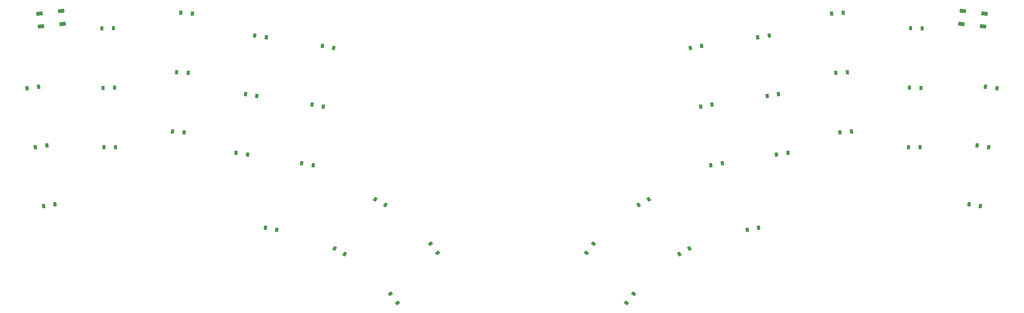
<source format=gbr>
%TF.GenerationSoftware,KiCad,Pcbnew,9.0.2*%
%TF.CreationDate,2025-07-07T14:02:59-04:00*%
%TF.ProjectId,routed_banana_split,726f7574-6564-45f6-9261-6e616e615f73,0.0.1*%
%TF.SameCoordinates,Original*%
%TF.FileFunction,Paste,Top*%
%TF.FilePolarity,Positive*%
%FSLAX46Y46*%
G04 Gerber Fmt 4.6, Leading zero omitted, Abs format (unit mm)*
G04 Created by KiCad (PCBNEW 9.0.2) date 2025-07-07 14:02:59*
%MOMM*%
%LPD*%
G01*
G04 APERTURE LIST*
G04 Aperture macros list*
%AMRotRect*
0 Rectangle, with rotation*
0 The origin of the aperture is its center*
0 $1 length*
0 $2 width*
0 $3 Rotation angle, in degrees counterclockwise*
0 Add horizontal line*
21,1,$1,$2,0,0,$3*%
G04 Aperture macros list end*
%ADD10RotRect,1.800000X1.100000X7.000000*%
%ADD11RotRect,0.900000X1.200000X53.000000*%
%ADD12RotRect,0.900000X1.200000X351.000000*%
%ADD13RotRect,0.900000X1.200000X350.000000*%
%ADD14RotRect,0.900000X1.200000X10.000000*%
%ADD15RotRect,1.800000X1.100000X353.000000*%
%ADD16RotRect,0.900000X1.200000X330.000000*%
%ADD17RotRect,0.900000X1.200000X352.000000*%
%ADD18RotRect,0.900000X1.200000X359.000000*%
%ADD19RotRect,0.900000X1.200000X1.000000*%
%ADD20RotRect,0.900000X1.200000X307.000000*%
%ADD21RotRect,0.900000X1.200000X30.000000*%
%ADD22RotRect,0.900000X1.200000X4.000000*%
%ADD23RotRect,0.900000X1.200000X356.000000*%
%ADD24RotRect,0.900000X1.200000X8.000000*%
%ADD25RotRect,0.900000X1.200000X9.000000*%
G04 APERTURE END LIST*
D10*
%TO.C,B1*%
X84791520Y-97250786D03*
X90945306Y-96495196D03*
X85242436Y-100923206D03*
X91396222Y-100167616D03*
%TD*%
D11*
%TO.C,D38*%
X252186519Y-179960275D03*
X254172509Y-177324777D03*
%TD*%
D12*
%TO.C,D12*%
X146188888Y-103487020D03*
X149448260Y-104003254D03*
%TD*%
D13*
%TO.C,D13*%
X159554879Y-139997873D03*
X162804745Y-140570911D03*
%TD*%
D14*
%TO.C,D34*%
X273297266Y-123829179D03*
X276547132Y-123256141D03*
%TD*%
%TO.C,D35*%
X270345247Y-107087447D03*
X273595113Y-106514409D03*
%TD*%
D15*
%TO.C,B2*%
X348108724Y-96495196D03*
X354262510Y-97250786D03*
X347657808Y-100167616D03*
X353811594Y-100923206D03*
%TD*%
D16*
%TO.C,D19*%
X180526018Y-150289007D03*
X183383902Y-151939007D03*
%TD*%
D17*
%TO.C,D21*%
X349831265Y-151792263D03*
X353099149Y-152251535D03*
%TD*%
D18*
%TO.C,D26*%
X333160505Y-101398965D03*
X336460003Y-101456557D03*
%TD*%
D19*
%TO.C,D5*%
X102890718Y-118453968D03*
X106190216Y-118396376D03*
%TD*%
D20*
%TO.C,D18*%
X184881521Y-177324777D03*
X186867511Y-179960275D03*
%TD*%
D17*
%TO.C,D23*%
X354563150Y-118123149D03*
X357831034Y-118582421D03*
%TD*%
D14*
%TO.C,D36*%
X286615903Y-159051529D03*
X289865769Y-158478491D03*
%TD*%
D21*
%TO.C,D39*%
X255670128Y-151939007D03*
X258528012Y-150289007D03*
%TD*%
D22*
%TO.C,D29*%
X310708071Y-97260646D03*
X314000033Y-97030450D03*
%TD*%
D23*
%TO.C,D9*%
X125053997Y-97030450D03*
X128345959Y-97260646D03*
%TD*%
D11*
%TO.C,D40*%
X240763313Y-165671936D03*
X242749303Y-163036438D03*
%TD*%
D13*
%TO.C,D16*%
X149188261Y-158478491D03*
X152438127Y-159051529D03*
%TD*%
D19*
%TO.C,D6*%
X102594027Y-101456557D03*
X105893525Y-101398965D03*
%TD*%
D20*
%TO.C,D20*%
X196304727Y-163036438D03*
X198290717Y-165671936D03*
%TD*%
D23*
%TO.C,D8*%
X123868137Y-113989038D03*
X127160099Y-114219234D03*
%TD*%
%TO.C,D7*%
X122682277Y-130947627D03*
X125974239Y-131177823D03*
%TD*%
D18*
%TO.C,D24*%
X332567123Y-135393786D03*
X335866621Y-135451378D03*
%TD*%
D13*
%TO.C,D14*%
X162506898Y-123256141D03*
X165756764Y-123829179D03*
%TD*%
D24*
%TO.C,D1*%
X85954881Y-152251535D03*
X89222765Y-151792263D03*
%TD*%
D16*
%TO.C,D17*%
X168927942Y-164377464D03*
X171785826Y-166027464D03*
%TD*%
D21*
%TO.C,D37*%
X267268204Y-166027464D03*
X270126088Y-164377464D03*
%TD*%
D18*
%TO.C,D25*%
X332863814Y-118396376D03*
X336163312Y-118453968D03*
%TD*%
D25*
%TO.C,D30*%
X294924542Y-137584657D03*
X298183914Y-137068423D03*
%TD*%
D19*
%TO.C,D4*%
X103187409Y-135451378D03*
X106486907Y-135393786D03*
%TD*%
D13*
%TO.C,D15*%
X165458917Y-106514409D03*
X168708783Y-107087447D03*
%TD*%
D22*
%TO.C,D27*%
X313079792Y-131177823D03*
X316371754Y-130947627D03*
%TD*%
%TO.C,D28*%
X311893932Y-114219234D03*
X315185894Y-113989038D03*
%TD*%
D24*
%TO.C,D3*%
X81222996Y-118582421D03*
X84490880Y-118123149D03*
%TD*%
D17*
%TO.C,D22*%
X352197208Y-134957706D03*
X355465092Y-135416978D03*
%TD*%
D25*
%TO.C,D31*%
X292265156Y-120793955D03*
X295524528Y-120277721D03*
%TD*%
D12*
%TO.C,D11*%
X143529502Y-120277721D03*
X146788874Y-120793955D03*
%TD*%
D25*
%TO.C,D32*%
X289605770Y-104003254D03*
X292865142Y-103487020D03*
%TD*%
D24*
%TO.C,D2*%
X83588939Y-135416978D03*
X86856823Y-134957706D03*
%TD*%
D12*
%TO.C,D10*%
X140870116Y-137068423D03*
X144129488Y-137584657D03*
%TD*%
D14*
%TO.C,D33*%
X276249285Y-140570911D03*
X279499151Y-139997873D03*
%TD*%
M02*

</source>
